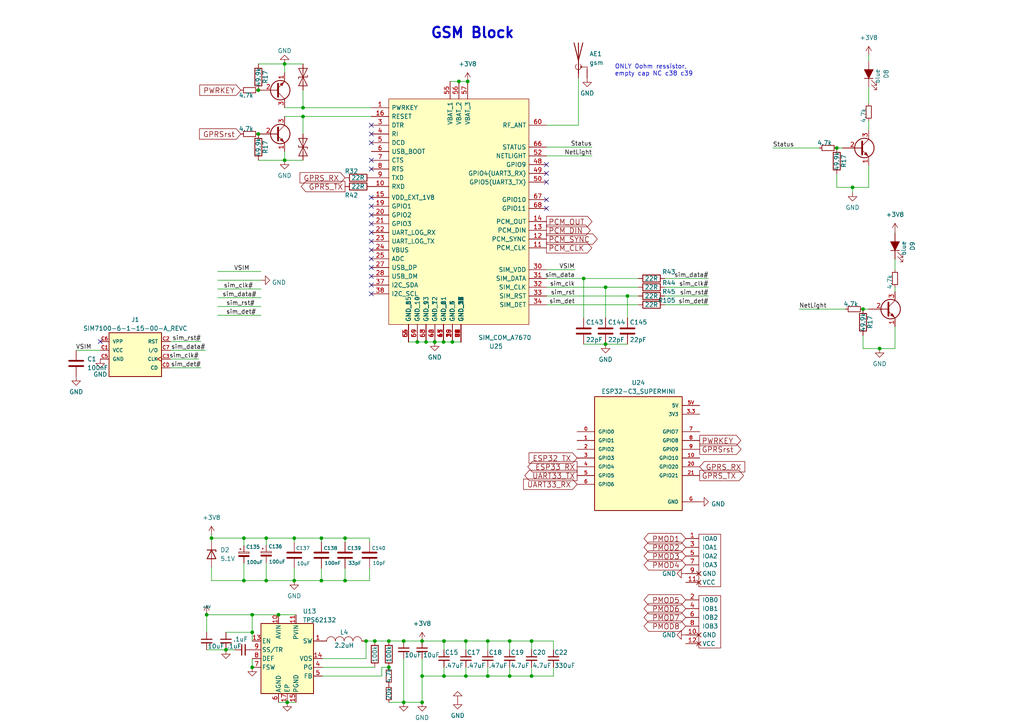
<source format=kicad_sch>
(kicad_sch (version 20230121) (generator eeschema)
  (paper "A4")
  (junction (at 126.0949 99.187))
  (junction (at 85.344 156.083))
  (junction (at 82.55 18.542))
  (junction (at 135.128 185.928))
  (junction (at 80.772 178.308))
  (junction (at 74.93 38.862))
  (junction (at 122.428 203.708))
  (junction (at 117.094 203.708))
  (junction (at 121.031 99.187))
  (junction (at 70.739 156.083))
  (junction (at 135.636 23.622))
  (junction (at 175.641 99.822))
  (junction (at 85.344 168.402))
  (junction (at 126.111 99.187))
  (junction (at 131.191 99.187))
  (junction (at 65.532 188.468))
  (junction (at 141.478 185.928))
  (junction (at 106.172 185.928))
  (junction (at 133.096 23.622))
  (junction (at 255.1229 101.092))
  (junction (at 117.094 185.928))
  (junction (at 73.152 193.548))
  (junction (at 61.341 156.083))
  (junction (at 70.739 168.402))
  (junction (at 73.152 183.388))
  (junction (at 250.317 89.662))
  (junction (at 122.428 196.088))
  (junction (at 147.828 196.088))
  (junction (at 154.178 185.928))
  (junction (at 154.178 196.088))
  (junction (at 108.712 185.928))
  (junction (at 128.778 185.928))
  (junction (at 247.269 54.356))
  (junction (at 93.218 156.083))
  (junction (at 82.55 46.482))
  (junction (at 128.651 99.187))
  (junction (at 59.944 178.308))
  (junction (at 175.641 83.312))
  (junction (at 128.778 196.088))
  (junction (at 123.571 99.187))
  (junction (at 100.076 156.083))
  (junction (at 242.697 42.926))
  (junction (at 112.776 193.548))
  (junction (at 141.478 196.088))
  (junction (at 87.884 33.782))
  (junction (at 77.216 156.083))
  (junction (at 147.828 185.928))
  (junction (at 100.076 168.402))
  (junction (at 169.291 80.772))
  (junction (at 77.216 168.402))
  (junction (at 93.218 168.402))
  (junction (at 87.884 31.242))
  (junction (at 83.312 203.708))
  (junction (at 112.776 185.928))
  (junction (at 74.93 26.162))
  (junction (at 135.128 196.088))
  (junction (at 122.428 185.928))
  (junction (at 73.152 178.308))
  (junction (at 181.991 85.852))
  (no_connect (at 107.696 46.482))
  (no_connect (at 158.496 47.752))
  (no_connect (at 107.696 82.677))
  (no_connect (at 107.696 77.597))
  (no_connect (at 107.696 64.897))
  (no_connect (at 107.696 41.402))
  (no_connect (at 107.696 85.217))
  (no_connect (at 107.696 67.437))
  (no_connect (at 107.696 57.277))
  (no_connect (at 158.496 57.912))
  (no_connect (at 158.496 60.452))
  (no_connect (at 107.696 72.517))
  (no_connect (at 107.696 75.057))
  (no_connect (at 107.696 36.322))
  (no_connect (at 158.496 52.832))
  (no_connect (at 107.696 59.817))
  (no_connect (at 107.696 49.022))
  (no_connect (at 107.696 69.977))
  (no_connect (at 107.696 80.137))
  (no_connect (at 107.696 38.862))
  (no_connect (at 158.496 50.292))
  (no_connect (at 107.696 62.357))
  (no_connect (at 29.083 99.06))
  (wire (pts (xy 107.188 164.846) (xy 107.188 168.402)))
  (wire (pts (xy 175.641 83.312) (xy 185.166 83.312)))
  (wire (pts (xy 141.478 188.468) (xy 141.478 185.928)))
  (wire (pts (xy 122.428 185.928) (xy 128.778 185.928)))
  (wire (pts (xy 250.317 97.282) (xy 250.317 101.092)))
  (wire (pts (xy 82.55 33.782) (xy 87.884 33.782)))
  (wire (pts (xy 80.772 203.708) (xy 83.312 203.708)))
  (wire (pts (xy 154.178 185.928) (xy 160.528 185.928)))
  (wire (pts (xy 141.478 193.548) (xy 141.478 196.088)))
  (wire (pts (xy 73.152 191.008) (xy 73.152 193.548)))
  (wire (pts (xy 93.472 191.008) (xy 106.172 191.008)))
  (wire (pts (xy 107.188 157.226) (xy 107.188 156.083)))
  (wire (pts (xy 87.884 46.482) (xy 82.55 46.482)))
  (wire (pts (xy 110.744 193.548) (xy 112.776 193.548)))
  (wire (pts (xy 158.496 83.312) (xy 175.641 83.312)))
  (wire (pts (xy 123.571 99.187) (xy 126.0949 99.187)))
  (wire (pts (xy 63.119 83.82) (xy 75.692 83.82)))
  (wire (pts (xy 70.739 163.322) (xy 70.739 168.402)))
  (wire (pts (xy 63.119 88.9) (xy 75.692 88.9)))
  (wire (pts (xy 87.884 26.162) (xy 87.884 31.242)))
  (wire (pts (xy 106.172 185.928) (xy 108.712 185.928)))
  (wire (pts (xy 181.991 85.852) (xy 185.166 85.852)))
  (wire (pts (xy 108.712 185.928) (xy 112.776 185.928)))
  (wire (pts (xy 135.128 193.548) (xy 135.128 196.088)))
  (wire (pts (xy 65.532 183.388) (xy 73.152 183.388)))
  (wire (pts (xy 255.1229 101.092) (xy 259.588 101.092)))
  (wire (pts (xy 169.291 80.772) (xy 185.166 80.772)))
  (wire (pts (xy 61.341 168.402) (xy 61.341 164.592)))
  (wire (pts (xy 87.884 38.862) (xy 87.884 33.782)))
  (wire (pts (xy 100.076 156.083) (xy 107.188 156.083)))
  (wire (pts (xy 85.344 156.083) (xy 85.344 157.226)))
  (wire (pts (xy 93.472 196.088) (xy 110.744 196.088)))
  (wire (pts (xy 126.0949 99.187) (xy 126.111 99.187)))
  (wire (pts (xy 250.317 89.662) (xy 251.968 89.662)))
  (wire (pts (xy 63.119 86.36) (xy 75.692 86.36)))
  (wire (pts (xy 117.094 185.928) (xy 122.428 185.928)))
  (wire (pts (xy 147.828 196.088) (xy 154.178 196.088)))
  (wire (pts (xy 160.528 196.088) (xy 160.528 193.548)))
  (wire (pts (xy 82.55 31.242) (xy 87.884 31.242)))
  (wire (pts (xy 61.341 155.194) (xy 61.341 156.083)))
  (wire (pts (xy 117.094 203.708) (xy 112.776 203.708)))
  (wire (pts (xy 117.094 191.008) (xy 117.094 203.708)))
  (wire (pts (xy 87.884 31.242) (xy 107.696 31.242)))
  (wire (pts (xy 70.739 156.083) (xy 70.739 158.242)))
  (wire (pts (xy 65.532 188.468) (xy 68.072 188.468)))
  (wire (pts (xy 77.216 156.083) (xy 85.344 156.083)))
  (wire (pts (xy 192.786 80.772) (xy 205.486 80.772)))
  (wire (pts (xy 82.55 46.482) (xy 74.93 46.482)))
  (wire (pts (xy 49.403 106.68) (xy 58.293 106.68)))
  (wire (pts (xy 112.776 185.928) (xy 117.094 185.928)))
  (wire (pts (xy 154.178 193.548) (xy 154.178 196.088)))
  (wire (pts (xy 100.076 164.846) (xy 100.076 168.402)))
  (wire (pts (xy 122.428 196.088) (xy 128.778 196.088)))
  (wire (pts (xy 250.317 101.092) (xy 255.1229 101.092)))
  (wire (pts (xy 158.496 36.322) (xy 167.767 36.322)))
  (wire (pts (xy 70.739 156.083) (xy 77.216 156.083)))
  (wire (pts (xy 77.216 163.195) (xy 77.216 168.402)))
  (wire (pts (xy 259.588 75.184) (xy 259.588 78.232)))
  (wire (pts (xy 181.991 85.852) (xy 181.991 92.202)))
  (wire (pts (xy 154.178 196.088) (xy 160.528 196.088)))
  (wire (pts (xy 259.588 83.312) (xy 259.588 84.582)))
  (wire (pts (xy 126.111 99.187) (xy 128.651 99.187)))
  (wire (pts (xy 128.778 193.548) (xy 128.778 196.088)))
  (wire (pts (xy 224.155 42.926) (xy 237.617 42.926)))
  (wire (pts (xy 100.076 156.083) (xy 100.076 157.226)))
  (wire (pts (xy 82.55 18.542) (xy 74.93 18.542)))
  (wire (pts (xy 87.884 18.542) (xy 82.55 18.542)))
  (wire (pts (xy 231.775 89.662) (xy 245.237 89.662)))
  (wire (pts (xy 93.218 168.402) (xy 85.344 168.402)))
  (wire (pts (xy 59.944 183.388) (xy 59.944 178.308)))
  (wire (pts (xy 158.496 42.672) (xy 171.704 42.672)))
  (wire (pts (xy 141.478 196.088) (xy 147.828 196.088)))
  (wire (pts (xy 122.428 196.088) (xy 122.428 203.708)))
  (wire (pts (xy 128.778 196.088) (xy 135.128 196.088)))
  (wire (pts (xy 117.094 203.708) (xy 122.428 203.708)))
  (wire (pts (xy 73.152 185.928) (xy 73.152 183.388)))
  (wire (pts (xy 82.55 43.942) (xy 82.55 46.482)))
  (wire (pts (xy 147.828 193.548) (xy 147.828 196.088)))
  (wire (pts (xy 63.119 91.44) (xy 75.692 91.44)))
  (wire (pts (xy 154.178 188.468) (xy 154.178 185.928)))
  (wire (pts (xy 247.269 54.356) (xy 251.968 54.356)))
  (wire (pts (xy 133.096 23.622) (xy 135.636 23.622)))
  (wire (pts (xy 135.128 185.928) (xy 141.478 185.928)))
  (wire (pts (xy 70.739 168.402) (xy 61.341 168.402)))
  (wire (pts (xy 175.641 99.822) (xy 181.991 99.822)))
  (wire (pts (xy 158.496 80.772) (xy 169.291 80.772)))
  (wire (pts (xy 121.031 99.187) (xy 123.571 99.187)))
  (wire (pts (xy 93.472 193.548) (xy 108.712 193.548)))
  (wire (pts (xy 87.884 33.782) (xy 107.696 33.782)))
  (wire (pts (xy 128.651 99.187) (xy 131.191 99.187)))
  (wire (pts (xy 61.341 156.083) (xy 70.739 156.083)))
  (wire (pts (xy 169.291 99.822) (xy 175.641 99.822)))
  (wire (pts (xy 49.403 104.14) (xy 57.658 104.14)))
  (wire (pts (xy 247.269 54.356) (xy 247.269 55.753)))
  (wire (pts (xy 106.172 191.008) (xy 106.172 185.928)))
  (wire (pts (xy 251.968 54.356) (xy 251.968 48.006)))
  (wire (pts (xy 192.786 85.852) (xy 205.486 85.852)))
  (wire (pts (xy 85.344 156.083) (xy 93.218 156.083)))
  (wire (pts (xy 80.772 178.308) (xy 85.852 178.308)))
  (wire (pts (xy 85.344 168.402) (xy 77.216 168.402)))
  (wire (pts (xy 73.152 178.308) (xy 80.772 178.308)))
  (wire (pts (xy 128.778 185.928) (xy 135.128 185.928)))
  (wire (pts (xy 130.556 23.622) (xy 133.096 23.622)))
  (wire (pts (xy 158.496 78.232) (xy 166.751 78.232)))
  (wire (pts (xy 82.55 21.082) (xy 82.55 18.542)))
  (wire (pts (xy 131.191 99.187) (xy 133.731 99.187)))
  (wire (pts (xy 61.341 156.083) (xy 61.341 156.972)))
  (wire (pts (xy 93.218 164.846) (xy 93.218 168.402)))
  (wire (pts (xy 251.968 25.273) (xy 251.968 29.972)))
  (wire (pts (xy 93.218 156.083) (xy 93.218 157.226)))
  (wire (pts (xy 128.778 185.928) (xy 128.778 188.468)))
  (wire (pts (xy 77.216 156.083) (xy 77.216 158.115)))
  (wire (pts (xy 169.291 80.772) (xy 169.291 92.202)))
  (wire (pts (xy 77.216 168.402) (xy 70.739 168.402)))
  (wire (pts (xy 118.491 99.187) (xy 121.031 99.187)))
  (wire (pts (xy 242.697 50.546) (xy 242.697 54.356)))
  (wire (pts (xy 73.152 183.388) (xy 73.152 178.308)))
  (wire (pts (xy 93.218 156.083) (xy 100.076 156.083)))
  (wire (pts (xy 251.968 35.052) (xy 251.968 37.846)))
  (wire (pts (xy 167.767 22.606) (xy 167.767 36.322)))
  (wire (pts (xy 251.968 16.002) (xy 251.968 17.653)))
  (wire (pts (xy 259.588 67.31) (xy 259.588 67.564)))
  (wire (pts (xy 135.128 188.468) (xy 135.128 185.928)))
  (wire (pts (xy 259.588 101.092) (xy 259.588 94.742)))
  (wire (pts (xy 175.641 83.312) (xy 175.641 92.202)))
  (wire (pts (xy 192.786 83.312) (xy 205.486 83.312)))
  (wire (pts (xy 242.697 42.926) (xy 244.348 42.926)))
  (wire (pts (xy 59.944 188.468) (xy 65.532 188.468)))
  (wire (pts (xy 85.344 164.846) (xy 85.344 168.402)))
  (wire (pts (xy 147.828 185.928) (xy 154.178 185.928)))
  (wire (pts (xy 49.403 101.6) (xy 59.563 101.6)))
  (wire (pts (xy 192.786 88.392) (xy 205.486 88.392)))
  (wire (pts (xy 147.828 188.468) (xy 147.828 185.928)))
  (wire (pts (xy 158.496 85.852) (xy 181.991 85.852)))
  (wire (pts (xy 110.744 196.088) (xy 110.744 193.548)))
  (wire (pts (xy 63.119 78.74) (xy 75.692 78.74)))
  (wire (pts (xy 49.403 99.06) (xy 58.293 99.06)))
  (wire (pts (xy 122.428 191.008) (xy 122.428 196.088)))
  (wire (pts (xy 22.098 101.6) (xy 29.083 101.6)))
  (wire (pts (xy 100.076 168.402) (xy 93.218 168.402)))
  (wire (pts (xy 158.496 88.392) (xy 185.166 88.392)))
  (wire (pts (xy 135.128 196.088) (xy 141.478 196.088)))
  (wire (pts (xy 107.188 168.402) (xy 100.076 168.402)))
  (wire (pts (xy 158.496 45.212) (xy 171.704 45.212)))
  (wire (pts (xy 83.312 203.708) (xy 85.852 203.708)))
  (wire (pts (xy 242.697 54.356) (xy 247.269 54.356)))
  (wire (pts (xy 59.944 178.308) (xy 73.152 178.308)))
  (wire (pts (xy 63.119 81.28) (xy 75.692 81.28)))
  (wire (pts (xy 160.528 185.928) (xy 160.528 188.468)))
  (wire (pts (xy 141.478 185.928) (xy 147.828 185.928)))
  (text "ONLY 0ohm ressistor,\nempty cap NC c38 c39" (at 178.308 22.225 0) (effects (font (size 1.27 1.27)) (justify left bottom)))
  (text "GSM Block" (at 124.714 11.43 0) (effects (font (size 3 3) (thickness 0.6) bold) (justify left bottom)))
  (label "sim_rst#" (at 205.486 85.852 180))
  (label "Status" (at 224.155 42.926 0))
  (label "Status" (at 171.704 42.672 180))
  (label "sim_data#" (at 205.486 80.772 180))
  (label "sim_clk#" (at 57.658 104.14 180))
  (label "sim_clk#" (at 205.486 83.312 180))
  (label "sim_rst#" (at 73.914 88.9 180))
  (label "VSIM" (at 166.751 78.232 180))
  (label "sim_data#" (at 74.422 86.36 180))
  (label "sim_det#" (at 205.486 88.392 180))
  (label "sim_det#" (at 58.293 106.68 180))
  (label "sim_clk#" (at 73.406 83.82 180))
  (label "sim_rst" (at 166.751 85.852 180))
  (label "NetLight" (at 171.704 45.212 180))
  (label "sim_rst#" (at 58.293 99.06 180))
  (label "NetLight" (at 231.775 89.662 0))
  (label "sim_det" (at 166.751 88.392 180))
  (label "sim_data#" (at 59.563 101.6 180))
  (label "sim_det#" (at 74.295 91.44 180))
  (label "sim_clk" (at 166.751 83.312 180))
  (label "VSIM" (at 72.39 78.74 180))
  (label "sim_data" (at 166.751 80.772 180))
  (label "VSIM" (at 26.543 101.6 180))
  (global_label "PMOD2" (shape bidirectional) (at 198.882 158.75 180) (effects (font (size 1.524 1.524))) (property "Intersheetrefs" "${INTERSHEET_REFS}" (effects hide)))
  (global_label "ESP32 TX" (shape input) (at 167.386 132.842 180) (effects (font (size 1.524 1.524))) (property "Intersheetrefs" "${INTERSHEET_REFS}" (effects hide)))
  (global_label "PCM_SYNC" (shape output) (at 158.496 69.342 0) (effects (font (size 1.524 1.524))) (property "Intersheetrefs" "${INTERSHEET_REFS}" (effects hide)))
  (global_label "PCM_DIN" (shape output) (at 158.496 66.802 0) (effects (font (size 1.524 1.524))) (property "Intersheetrefs" "${INTERSHEET_REFS}" (effects hide)))
  (global_label "PMOD5" (shape bidirectional) (at 198.882 173.99 180) (effects (font (size 1.524 1.524))) (property "Intersheetrefs" "${INTERSHEET_REFS}" (effects hide)))
  (global_label "PMOD4" (shape bidirectional) (at 198.882 163.83 180) (effects (font (size 1.524 1.524))) (property "Intersheetrefs" "${INTERSHEET_REFS}" (effects hide)))
  (global_label "GPRSrst" (shape output) (at 202.946 130.302 0) (effects (font (size 1.524 1.524))) (property "Intersheetrefs" "${INTERSHEET_REFS}" (effects hide)))
  (global_label "PWRKEY" (shape input) (at 69.85 26.162 180) (effects (font (size 1.524 1.524))) (property "Intersheetrefs" "${INTERSHEET_REFS}" (effects hide)))
  (global_label "PMOD8" (shape bidirectional) (at 198.882 181.61 180) (effects (font (size 1.524 1.524))) (property "Intersheetrefs" "${INTERSHEET_REFS}" (effects hide)))
  (global_label "ESP33 RX" (shape output) (at 167.386 135.382 180) (effects (font (size 1.524 1.524))) (property "Intersheetrefs" "${INTERSHEET_REFS}" (effects hide)))
  (global_label "GPRSrst" (shape input) (at 69.85 38.862 180) (effects (font (size 1.524 1.524))) (property "Intersheetrefs" "${INTERSHEET_REFS}" (effects hide)))
  (global_label "UART33_RX" (shape input) (at 167.386 140.462 180) (effects (font (size 1.524 1.524))) (property "Intersheetrefs" "${INTERSHEET_REFS}" (effects hide)))
  (global_label "PMOD3" (shape bidirectional) (at 198.882 161.29 180) (effects (font (size 1.524 1.524))) (property "Intersheetrefs" "${INTERSHEET_REFS}" (effects hide)))
  (global_label "PWRKEY" (shape output) (at 202.946 127.762 0) (effects (font (size 1.524 1.524))) (property "Intersheetrefs" "${INTERSHEET_REFS}" (effects hide)))
  (global_label "PCM_CLK" (shape output) (at 158.496 71.882 0) (effects (font (size 1.524 1.524))) (property "Intersheetrefs" "${INTERSHEET_REFS}" (effects hide)))
  (global_label "PMOD7" (shape bidirectional) (at 198.882 179.07 180) (effects (font (size 1.524 1.524))) (property "Intersheetrefs" "${INTERSHEET_REFS}" (effects hide)))
  (global_label "GPRS_TX" (shape output) (at 100.076 54.102 180) (effects (font (size 1.524 1.524))) (property "Intersheetrefs" "${INTERSHEET_REFS}" (effects hide)))
  (global_label "GPRS_RX" (shape input) (at 202.946 135.382 0) (effects (font (size 1.524 1.524))) (property "Intersheetrefs" "${INTERSHEET_REFS}" (effects hide)))
  (global_label "UART33_TX" (shape output) (at 167.386 137.922 180) (effects (font (size 1.524 1.524))) (property "Intersheetrefs" "${INTERSHEET_REFS}" (effects hide)))
  (global_label "GPRS_RX" (shape input) (at 100.076 51.562 180) (effects (font (size 1.524 1.524))) (property "Intersheetrefs" "${INTERSHEET_REFS}" (effects hide)))
  (global_label "PMOD6" (shape bidirectional) (at 198.882 176.53 180) (effects (font (size 1.524 1.524))) (property "Intersheetrefs" "${INTERSHEET_REFS}" (effects hide)))
  (global_label "PCM_OUT" (shape output) (at 158.496 64.262 0) (effects (font (size 1.524 1.524))) (property "Intersheetrefs" "${INTERSHEET_REFS}" (effects hide)))
  (global_label "PMOD1" (shape bidirectional) (at 198.882 156.21 180) (effects (font (size 1.524 1.524))) (property "Intersheetrefs" "${INTERSHEET_REFS}" (effects hide)))
  (global_label "GPRS_TX" (shape output) (at 202.946 137.922 0) (effects (font (size 1.524 1.524))) (property "Intersheetrefs" "${INTERSHEET_REFS}" (effects hide)))
  (symbol (lib_id "pmod:PMOD-Host-x2-GPIO") (at 202.692 170.18 0) (unit 1)
    (property "Reference" "PMOD1" (effects hide))
    (property "Value" "PMOD-Host-x2-GPIO" (effects hide))
    (property "Footprint" "Connector_PinSocket_2.54mm:PinSocket_2x06_P2.54mm_Horizontal" (effects hide))
  )
  (symbol (lib_id "Device:C_Small") (at 128.778 191.008 0) (unit 1)
    (property "Reference" "C15" (at 129.032 189.23 0) (effects (justify left)))
    (property "Value" ".47uF" (at 129.032 193.04 0) (effects (justify left)))
    (property "Footprint" "Capacitor_SMD:C_0402_1005Metric" (effects hide))
    (property "MFR" "Yageo" (effects hide))
    (property "MPN" "CC0402KRX5R5BB474" (effects hide))
    (property "SPR" "Digikey" (effects hide))
    (property "SPN" "311-1684-1-ND" (effects hide))
    (instances (project "DFTBoard" (path "" (reference "C15") (unit 1)) (path "" (reference "C48") (unit 1))) (project "DFTBoard" (path "" (reference "C92") (unit 1))))
  )
  (symbol (lib_id "power:+3V8") (at 251.968 16.002 0) (unit 1)
    (property "Reference" "#PWR0320" (effects hide))
    (property "Value" "+3V8" (at 251.968 10.922 0))
    (instances (project "DFTBoard" (path "" (reference "#PWR0320") (unit 1))) (project "DFTBoard" (path "" (reference "#PWR097") (unit 1))) (project "ph_portable_refrigerator_v2_hw" (path "" (reference "#PWR069") (unit 1)) (path "" (reference "#PWR0118") (unit 1))))
  )
  (symbol (lib_id "power:GND") (at 29.083 104.14 0) (unit 1)
    (property "Reference" "#PWR02" (effects hide))
    (property "Value" "GND" (at 29.083 108.585 0))
    (instances (project "Module_NanoSIM" (path "" (reference "#PWR02") (unit 1))) (project "DFTBoard" (path "" (reference "#PWR0328") (unit 1))) (project "DFTBoard" (path "" (reference "#PWR032") (unit 1))) (project "ph_portable_refrigerator_display_hw_v2" (path "" (reference "#PWR019") (unit 1)) (path "" (reference "#PWR030") (unit 1))))
  )
  (symbol (lib_name "Q_NPN_EBC_1") (lib_id "Device:Q_NPN_EBC") (at 268.478 89.662 0) (mirror y) (unit 1)
    (property "Reference" "Q6" (effects hide))
    (property "Value" "MMBTA14-7-F" (effects hide))
    (property "Footprint" "Package_TO_SOT_SMD:SOT-23-3" (effects hide))
    (instances (project "DFTBoard" (path "" (reference "Q6") (unit 1))) (project "DFTBoard" (path "" (reference "Q7") (unit 1))) (project "iYoshi (SPhone)" (path "" (reference "Q8") (unit 1))) (project "SmolFlight" (path "" (reference "Q3") (unit 1))))
  )
  (symbol (lib_name "Q_NPN_EBC_1") (lib_id "Device:Q_NPN_EBC") (at 91.44 38.862 0) (mirror y) (unit 1)
    (property "Reference" "Q11" (effects hide))
    (property "Value" "MMBTA14-7-F" (effects hide))
    (property "Footprint" "Package_TO_SOT_SMD:SOT-23-3" (effects hide))
    (instances (project "DFTBoard" (path "" (reference "Q11") (unit 1))) (project "DFTBoard" (path "" (reference "Q4") (unit 1))) (project "iYoshi (SPhone)" (path "" (reference "Q8") (unit 1))) (project "SmolFlight" (path "" (reference "Q3") (unit 1))))
  )
  (symbol (lib_id "Regulator_Switching:TPS62132") (at 83.312 191.008 0) (unit 1)
    (property "Reference" "U13" (at 87.8079 177.292 0) (effects (justify left)))
    (property "Value" "TPS62132" (at 87.8079 179.832 0) (effects (justify left)))
    (property "Footprint" "Package_DFN_QFN:VQFN-16-1EP_3x3mm_P0.5mm_EP1.68x1.68mm_ThermalVias" (effects hide))
    (property "Datasheet" "http://www.ti.com/lit/ds/symlink/tps62130.pdf" (effects hide))
    (instances (project "DFTBoard" (path "" (reference "U13") (unit 1))) (project "DFTBoard" (path "" (reference "U6") (unit 1))))
  )
  (symbol (lib_id "ph_lib:C0805") (at 93.218 161.036 0) (unit 1)
    (property "Reference" "C138" (at 93.853 159.004 0) (effects (font (size 1 1)) (justify left)))
    (property "Value" "100nF" (at 94.107 163.322 0) (effects (font (size 1 1)) (justify left)))
    (property "Footprint" "Capacitor_SMD:C_0805_2012Metric" (effects hide))
    (property "Desc" "Capacitor SMD Ceramic 0805" (effects hide))
    (property "Link" "http://www.dientuachau.com/ceramic-0805" (effects hide))
    (instances (project "DFTBoard" (path "" (reference "C138") (unit 1))) (project "DFTBoard" (path "" (reference "C64") (unit 1))) (project "ph_portable_refrigerator_v2_hw" (path "" (reference "C32") (unit 1)) (path "" (reference "C45") (unit 1))))
  )
  (symbol (lib_id "power:GND") (at 117.094 203.708 0) (unit 1)
    (property "Reference" "#PWR05" (effects hide))
    (property "Value" "GND" (effects hide))
    (instances (project "DFTBoard" (path "" (reference "#PWR05") (unit 1)) (path "" (reference "#PWR0315") (unit 1))) (project "DFTBoard" (path "" (reference "#PWR066") (unit 1))))
  )
  (symbol (lib_id "Device:C_Small") (at 122.428 188.468 0) (unit 1)
    (property "Reference" "C3" (effects hide))
    (property "Value" "10uF" (at 122.682 189.992 0) (effects (justify left)))
    (property "Footprint" "Capacitor_SMD:C_0603_1608Metric" (effects hide))
    (property "MFR" "Murata" (effects hide))
    (property "MPN" "GRM188R61A106KE69J" (effects hide))
    (property "SPR" "Digikey" (effects hide))
    (property "SPN" "490-14372-1-ND" (effects hide))
    (instances (project "DFTBoard" (path "" (reference "C3") (unit 1)) (path "" (reference "C111") (unit 1))) (project "DFTBoard" (path "" (reference "C91") (unit 1))))
  )
  (symbol (lib_id "Device:R") (at 242.697 46.736 0) (unit 1)
    (property "Reference" "R17" (at 244.729 46.736 90))
    (property "Value" "49.9k" (at 242.697 46.736 90))
    (property "Footprint" "Resistor_SMD:R_0402_1005Metric" (effects hide))
    (property "MFR" "Yageo" (effects hide))
    (property "MPN" "RC0402FR-0749K9L" (effects hide))
    (property "SPR" "Digikey" (effects hide))
    (property "SPN" "311-49.9KLRCT-ND" (effects hide))
    (instances (project "DFTBoard" (path "" (reference "R17") (unit 1)) (path "" (reference "R110") (unit 1))) (project "DFTBoard" (path "" (reference "R31") (unit 1)) (path "" (reference "R45") (unit 1))))
  )
  (symbol (lib_id "ph_lib:C0805") (at 107.188 161.036 0) (unit 1)
    (property "Reference" "C140" (at 107.823 159.004 0) (effects (font (size 1 1)) (justify left)))
    (property "Value" "10pF" (at 108.077 163.322 0) (effects (font (size 1 1)) (justify left)))
    (property "Footprint" "Capacitor_SMD:C_0805_2012Metric" (effects hide))
    (property "Desc" "Capacitor SMD Ceramic 0805" (effects hide))
    (property "Link" "http://www.dientuachau.com/ceramic-0805" (effects hide))
    (instances (project "DFTBoard" (path "" (reference "C140") (unit 1))) (project "DFTBoard" (path "" (reference "C89") (unit 1))) (project "ph_portable_refrigerator_v2_hw" (path "" (reference "C32") (unit 1)) (path "" (reference "C48") (unit 1))))
  )
  (symbol (lib_id "power:GND") (at 170.307 22.606 0) (unit 1)
    (property "Reference" "#PWR02" (effects hide))
    (property "Value" "GND" (at 170.307 27.051 0))
    (instances (project "Module_NanoSIM" (path "" (reference "#PWR02") (unit 1))) (project "DFTBoard" (path "" (reference "#PWR0296") (unit 1))) (project "DFTBoard" (path "" (reference "#PWR083") (unit 1))) (project "ph_portable_refrigerator_display_hw_v2" (path "" (reference "#PWR019") (unit 1)) (path "" (reference "#PWR030") (unit 1))))
  )
  (symbol (lib_id "Device:R_Small") (at 112.776 201.168 0) (unit 1)
    (property "Reference" "R91" (effects hide))
    (property "Value" "20k" (at 112.776 201.168 90))
    (property "Footprint" "Resistor_SMD:R_0402_1005Metric" (effects hide))
    (property "MFR" "Yageo" (effects hide))
    (property "MPN" "RT0402BRD0720KL" (effects hide))
    (property "SPR" "Digikey" (effects hide))
    (property "SPN" "YAG1388CT-ND" (effects hide))
    (property "SPURL" "-" (effects hide))
    (instances (project "DFTBoard" (path "" (reference "R91") (unit 1)) (path "" (reference "R?") (unit 1)) (path "" (reference "R23") (unit 1))) (project "DFTBoard" (path "" (reference "R29") (unit 1))))
  )
  (symbol (lib_id "ph_lib:CP_Tatanlum_1206") (at 77.216 160.655 0) (unit 1)
    (property "Reference" "C136" (at 77.851 158.496 0) (effects (font (size 1 1)) (justify left)))
    (property "Value" "100uF" (at 77.978 162.941 0) (effects (font (size 1 1)) (justify left)))
    (property "Footprint" "Capacitor_Tantalum_SMD:CP_EIA-6032-15_Kemet-U" (effects hide))
    (property "Desc" "SMD Tantalum Capacitor" (effects hide))
    (property "Link" "http://www.tme.vn/Products.aspx?cateId=258" (effects hide))
    (instances (project "DFTBoard" (path "" (reference "C136") (unit 1))) (project "DFTBoard" (path "" (reference "C44") (unit 1))) (project "ph_portable_refrigerator_v2_hw" (path "" (reference "C31") (unit 1)) (path "" (reference "C20") (unit 1))))
  )
  (symbol (lib_id "new shii:ESP32-C3_SUPERMINI") (at 185.166 130.302 0) (unit 1)
    (property "Reference" "U24" (at 185.166 110.998 0))
    (property "Value" "ESP32-C3_SUPERMINI" (at 185.166 113.538 0))
    (property "Footprint" "Y!:MODULE_ESP32-C3_SUPERMINI" (effects hide))
    (property "MF" "Espressif Systems" (effects hide))
    (property "MAXIMUM_PACKAGE_HEIGHT" "4.2mm" (effects hide))
    (property "Package" "Package" (effects hide))
    (property "Price" "None" (effects hide))
    (property "Check_prices" "https://www.snapeda.com/parts/ESP32-C3%20SuperMini/Espressif+Systems/view-part/?ref=eda" (effects hide))
    (property "STANDARD" "Manufacturer Recommendations" (effects hide))
    (property "SnapEDA_Link" "https://www.snapeda.com/parts/ESP32-C3%20SuperMini/Espressif+Systems/view-part/?ref=snap" (effects hide))
    (property "MP" "ESP32-C3 SuperMini" (effects hide))
    (property "Description" "\nSuper tiny ESP32-C3 board\n" (effects hide))
    (property "Availability" "Not in stock" (effects hide))
    (property "MANUFACTURER" "Espressif" (effects hide))
    (instances (project "DFTBoard" (path "" (reference "U24") (unit 1))) (project "DFTBoard" (path "" (reference "U14") (unit 1))))
  )
  (symbol (lib_id "sim7670:SIM_COM_A7670") (at 133.096 89.662 0) (unit 1)
    (property "Reference" "U25" (at 143.891 100.457 0))
    (property "Value" "SIM_COM_A7670" (at 146.431 97.917 0))
    (property "Footprint" "Y!:A7670C" (effects hide))
    (property "Datasheet" "http://nostris.ee/pdf/A7670%20Series%20Hardware%20Design_V1.00.pdf" (effects hide))
    (property "Description" "A7670 Series Hardware Design" (effects hide))
    (property "Height" "2.7" (effects hide))
    (property "Manufacturer_Name" "Sim Com" (effects hide))
    (property "Manufacturer_Part_Number" "SIM COM A7670" (effects hide))
    (instances (project "DFTBoard" (path "" (reference "U25") (unit 1))) (project "DFTBoard" (path "" (reference "U13") (unit 1))) (project "ph_portable_refrigerator_v2_hw" (path "" (reference "U10") (unit 1)) (path "" (reference "U8") (unit 1))))
  )
  (symbol (lib_id "ph_lib:C0805") (at 100.076 161.036 0) (unit 1)
    (property "Reference" "C139" (at 100.711 159.004 0) (effects (font (size 1 1)) (justify left)))
    (property "Value" "33pF" (at 100.965 163.322 0) (effects (font (size 1 1)) (justify left)))
    (property "Footprint" "Capacitor_SMD:C_0805_2012Metric" (effects hide))
    (property "Desc" "Capacitor SMD Ceramic 0805" (effects hide))
    (property "Link" "http://www.dientuachau.com/ceramic-0805" (effects hide))
    (instances (project "DFTBoard" (path "" (reference "C139") (unit 1))) (project "DFTBoard" (path "" (reference "C88") (unit 1))) (project "ph_portable_refrigerator_v2_hw" (path "" (reference "C32") (unit 1)) (path "" (reference "C46") (unit 1))))
  )
  (symbol (lib_id "ph_lib:LED0805") (at 259.588 71.374 90) (unit 1)
    (property "Reference" "D9" (at 264.668 71.374 0))
    (property "Value" "blue" (at 262.128 72.009 0))
    (property "Footprint" "LED_SMD:LED_0805_2012Metric" (effects hide))
    (property "Desc" "LED0805" (effects hide))
    (property "Link" "https://thegioiic.com/product/led-dan-smd-2012-0805" (effects hide))
    (instances (project "DFTBoard" (path "" (reference "D9") (unit 1))) (project "DFTBoard" (path "" (reference "D11") (unit 1))) (project "ph_portable_refrigerator_v2_hw" (path "" (reference "D7") (unit 1)) (path "" (reference "D6") (unit 1))))
  )
  (symbol (lib_id "power:GND") (at 83.312 203.708 0) (unit 1)
    (property "Reference" "#PWR05" (effects hide))
    (property "Value" "GND" (effects hide))
    (instances (project "DFTBoard" (path "" (reference "#PWR05") (unit 1)) (path "" (reference "#PWR0314") (unit 1))) (project "DFTBoard" (path "" (reference "#PWR063") (unit 1))))
  )
  (symbol (lib_id "Device:R") (at 74.93 42.672 0) (unit 1)
    (property "Reference" "R17" (at 76.962 42.672 90))
    (property "Value" "49.9k" (at 74.93 42.672 90))
    (property "Footprint" "Resistor_SMD:R_0402_1005Metric" (effects hide))
    (property "MFR" "Yageo" (effects hide))
    (property "MPN" "RC0402FR-0749K9L" (effects hide))
    (property "SPR" "Digikey" (effects hide))
    (property "SPN" "311-49.9KLRCT-ND" (effects hide))
    (instances (project "DFTBoard" (path "" (reference "R17") (unit 1)) (path "" (reference "R116") (unit 1))) (project "DFTBoard" (path "" (reference "R31") (unit 1)) (path "" (reference "R17") (unit 1))))
  )
  (symbol (lib_id "ph_lib:C0805") (at 175.641 96.012 0) (unit 1)
    (property "Reference" "C144" (at 176.276 93.472 0) (effects (justify left)))
    (property "Value" "22pF" (at 176.276 98.552 0) (effects (justify left)))
    (property "Footprint" "Resistor_SMD:R_0805_2012Metric" (effects hide))
    (property "Desc" "Capacitor SMD Ceramic 0805" (effects hide))
    (property "Link" "http://www.dientuachau.com/ceramic-0805" (effects hide))
    (instances (project "DFTBoard" (path "" (reference "C144") (unit 1))) (project "DFTBoard" (path "" (reference "C134") (unit 1))) (project "ph_portable_refrigerator_v2_hw" (path "" (reference "C36") (unit 1)) (path "" (reference "C33") (unit 1))))
  )
  (symbol (lib_id "Device:R") (at 74.93 22.352 0) (mirror x) (unit 1)
    (property "Reference" "R17" (at 76.962 22.352 90))
    (property "Value" "49.9k" (at 74.93 22.352 90))
    (property "Footprint" "Resistor_SMD:R_0402_1005Metric" (effects hide))
    (property "MFR" "Yageo" (effects hide))
    (property "MPN" "RC0402FR-0749K9L" (effects hide))
    (property "SPR" "Digikey" (effects hide))
    (property "SPN" "311-49.9KLRCT-ND" (effects hide))
    (instances (project "DFTBoard" (path "" (reference "R17") (unit 1)) (path "" (reference "R29") (unit 1))) (project "DFTBoard" (path "" (reference "R31") (unit 1)) (path "" (reference "R16") (unit 1))))
  )
  (symbol (lib_id "Diode:ESD9B5.0ST5G") (at 87.884 42.672 90) (unit 1)
    (property "Reference" "D11" (effects hide))
    (property "Value" "ESD9B5.0ST5G" (effects hide))
    (property "Footprint" "Diode_SMD:D_SOD-923" (effects hide))
    (property "Datasheet" "https://www.onsemi.com/pub/Collateral/ESD9B-D.PDF" (effects hide))
    (instances (project "DFTBoard" (path "" (reference "D11") (unit 1))) (project "DFTBoard" (path "" (reference "D9") (unit 1))))
  )
  (symbol (lib_id "Device:R_Small") (at 112.776 196.088 0) (mirror y) (unit 1)
    (property "Reference" "R9" (effects hide))
    (property "Value" "4.7k" (at 112.776 198.12 90) (effects (justify left)))
    (property "Footprint" "Resistor_SMD:R_0402_1005Metric" (effects hide))
    (property "MFR" "Yageo" (effects hide))
    (property "MPN" "RC0402JR-074K7L" (effects hide))
    (property "SPR" "Digikey" (effects hide))
    (property "SPN" "311-4.7KJRCT-ND" (effects hide))
    (property "SPURL" "-" (effects hide))
    (instances (project "DFTBoard" (path "" (reference "R9") (unit 1)) (path "" (reference "R?") (unit 1)) (path "" (reference "R24") (unit 1))) (project "DFTBoard" (path "" (reference "R27") (unit 1))))
  )
  (symbol (lib_id "Device:C_Small") (at 154.178 191.008 0) (unit 1)
    (property "Reference" "C20" (at 154.432 189.23 0) (effects (justify left)))
    (property "Value" "4.7uF" (at 154.432 193.04 0) (effects (justify left)))
    (property "Footprint" "Capacitor_SMD:C_0402_1005Metric" (effects hide))
    (property "MFR" "Murata" (effects hide))
    (property "MPN" "GRM155R60G475ME47D" (effects hide))
    (property "SPR" "Digikey" (effects hide))
    (property "SPN" "490-11980-1-ND" (effects hide))
    (instances (project "DFTBoard" (path "" (reference "C20") (unit 1)) (path "" (reference "C132") (unit 1))) (project "DFTBoard" (path "" (reference "C124") (unit 1))))
  )
  (symbol (lib_id "ph_lib:R0805") (at 188.976 83.312 90) (unit 1)
    (property "Reference" "R44" (at 195.961 82.042 90) (effects (justify left)))
    (property "Value" "22R" (at 190.881 83.312 90) (effects (justify left)))
    (property "Footprint" "Resistor_SMD:R_0805_2012Metric" (effects hide))
    (property "Desc" "Resistor SMD 0805" (effects hide))
    (property "Link" "http://www.dientuachau.com/res-1-0805" (effects hide))
    (instances (project "DFTBoard" (path "" (reference "R44") (unit 1))) (project "DFTBoard" (path "" (reference "R32") (unit 1))) (project "ph_portable_refrigerator_v2_hw" (path "" (reference "R42") (unit 1)) (path "" (reference "R41") (unit 1))))
  )
  (symbol (lib_id "ph_lib:C0805") (at 181.991 96.012 0) (unit 1)
    (property "Reference" "C145" (at 182.626 93.472 0) (effects (justify left)))
    (property "Value" "22pF" (at 182.626 98.552 0) (effects (justify left)))
    (property "Footprint" "Resistor_SMD:R_0805_2012Metric" (effects hide))
    (property "Desc" "Capacitor SMD Ceramic 0805" (effects hide))
    (property "Link" "http://www.dientuachau.com/ceramic-0805" (effects hide))
    (instances (project "DFTBoard" (path "" (reference "C145") (unit 1))) (project "DFTBoard" (path "" (reference "C135") (unit 1))) (project "ph_portable_refrigerator_v2_hw" (path "" (reference "C37") (unit 1)) (path "" (reference "C34") (unit 1))))
  )
  (symbol (lib_id "Device:R") (at 108.712 189.738 180) (unit 1)
    (property "Reference" "R5" (effects hide))
    (property "Value" "100k" (at 108.712 189.738 90))
    (property "Footprint" "Resistor_SMD:R_0402_1005Metric" (effects hide))
    (property "MFR" "Yageo" (effects hide))
    (property "MPN" "RC0402FR-07100KL" (effects hide))
    (property "SPR" "Digikey" (effects hide))
    (property "SPN" "311-100KLRTR-ND" (effects hide))
    (instances (project "DFTBoard" (path "" (reference "R5") (unit 1)) (path "" (reference "R?") (unit 1)) (path "" (reference "R22") (unit 1))) (project "DFTBoard" (path "" (reference "R23") (unit 1))))
  )
  (symbol (lib_id "Device:C_Small") (at 65.532 185.928 0) (unit 1)
    (property "Reference" "C16" (effects hide))
    (property "Value" ".1uF" (at 65.786 187.452 0) (effects (justify left)))
    (property "Footprint" "Capacitor_SMD:C_0402_1005Metric" (effects hide))
    (property "MFR" "Yageo" (effects hide))
    (property "MPN" "CC0402KRX7R6BB104" (effects hide))
    (property "SPR" "Digikey" (effects hide))
    (property "SPN" "311-1345-1-ND" (effects hide))
    (instances (project "DFTBoard" (path "" (reference "C16") (unit 1)) (path "" (reference "C64") (unit 1))) (project "DFTBoard" (path "" (reference "C36") (unit 1))))
  )
  (symbol (lib_id "power:GND") (at 73.152 193.548 0) (unit 1)
    (property "Reference" "#PWR05" (effects hide))
    (property "Value" "GND" (effects hide))
    (instances (project "DFTBoard" (path "" (reference "#PWR05") (unit 1)) (path "" (reference "#PWR0311") (unit 1))) (project "DFTBoard" (path "" (reference "#PWR036") (unit 1))))
  )
  (symbol (lib_id "Device:C_Small") (at 141.478 191.008 0) (unit 1)
    (property "Reference" "C18" (at 141.732 189.23 0) (effects (justify left)))
    (property "Value" ".47uF" (at 141.732 193.04 0) (effects (justify left)))
    (property "Footprint" "Capacitor_SMD:C_0402_1005Metric" (effects hide))
    (property "MFR" "Yageo" (effects hide))
    (property "MPN" "CC0402KRX5R5BB474" (effects hide))
    (property "SPR" "Digikey" (effects hide))
    (property "SPN" "311-1684-1-ND" (effects hide))
    (instances (project "DFTBoard" (path "" (reference "C18") (unit 1)) (path "" (reference "C112") (unit 1))) (project "DFTBoard" (path "" (reference "C111") (unit 1))))
  )
  (symbol (lib_id "Device:R_Small") (at 247.777 89.662 90) (unit 1)
    (property "Reference" "R8" (effects hide))
    (property "Value" "4.7k" (at 248.92 88.1634 90) (effects (justify left)))
    (property "Footprint" "Resistor_SMD:R_0402_1005Metric" (effects hide))
    (property "MFR" "Yageo" (effects hide))
    (property "MPN" "RC0402JR-074K7L" (effects hide))
    (property "SPR" "Digikey" (effects hide))
    (property "SPN" "311-4.7KJRCT-ND" (effects hide))
    (property "SPURL" "-" (effects hide))
    (instances (project "DFTBoard" (path "" (reference "R8") (unit 1)) (path "" (reference "R?") (unit 1)) (path "" (reference "R107") (unit 1))) (project "DFTBoard" (path "" (reference "R84") (unit 1))))
  )
  (symbol (lib_id "ph_lib:R0805") (at 188.976 88.392 90) (unit 1)
    (property "Reference" "R105" (at 195.961 87.122 90) (effects (justify left)))
    (property "Value" "22R" (at 190.881 88.392 90) (effects (justify left)))
    (property "Footprint" "Resistor_SMD:R_0805_2012Metric" (effects hide))
    (property "Desc" "Resistor SMD 0805" (effects hide))
    (property "Link" "http://www.dientuachau.com/res-1-0805" (effects hide))
    (instances (project "DFTBoard" (path "" (reference "R105") (unit 1))) (project "DFTBoard" (path "" (reference "R43") (unit 1))) (project "ph_portable_refrigerator_v2_hw" (path "" (reference "R44") (unit 1)) (path "" (reference "R43") (unit 1))))
  )
  (symbol (lib_id "power:GND") (at 85.344 168.402 0) (unit 1)
    (property "Reference" "#PWR0300" (effects hide))
    (property "Value" "GND" (at 85.344 172.847 0))
    (instances (project "DFTBoard" (path "" (reference "#PWR0300") (unit 1))) (project "DFTBoard" (path "" (reference "#PWR064") (unit 1))) (project "ph_portable_refrigerator_v2_hw" (path "" (reference "#PWR044") (unit 1)) (path "" (reference "#PWR043") (unit 1))))
  )
  (symbol (lib_id "power:GND") (at 126.0949 99.187 0) (unit 1)
    (property "Reference" "#PWR02" (effects hide))
    (property "Value" "GND" (at 126.0949 103.632 0))
    (instances (project "Module_NanoSIM" (path "" (reference "#PWR02") (unit 1))) (project "DFTBoard" (path "" (reference "#PWR0302") (unit 1))) (project "DFTBoard" (path "" (reference "#PWR076") (unit 1))) (project "ph_portable_refrigerator_display_hw_v2" (path "" (reference "#PWR019") (unit 1)) (path "" (reference "#PWR030") (unit 1))))
  )
  (symbol (lib_id "power:GND") (at 82.55 46.482 0) (unit 1)
    (property "Reference" "#PWR02" (effects hide))
    (property "Value" "GND" (at 82.55 50.927 0))
    (instances (project "Module_NanoSIM" (path "" (reference "#PWR02") (unit 1))) (project "DFTBoard" (path "" (reference "#PWR0297") (unit 1))) (project "DFTBoard" (path "" (reference "#PWR062") (unit 1))) (project "ph_portable_refrigerator_display_hw_v2" (path "" (reference "#PWR019") (unit 1)) (path "" (reference "#PWR030") (unit 1))))
  )
  (symbol (lib_id "Device:R_Small") (at 259.588 80.772 180) (unit 1)
    (property "Reference" "R8" (effects hide))
    (property "Value" "4.7k" (at 258.0894 79.629 90) (effects (justify left)))
    (property "Footprint" "Resistor_SMD:R_0402_1005Metric" (effects hide))
    (property "MFR" "Yageo" (effects hide))
    (property "MPN" "RC0402JR-074K7L" (effects hide))
    (property "SPR" "Digikey" (effects hide))
    (property "SPN" "311-4.7KJRCT-ND" (effects hide))
    (property "SPURL" "-" (effects hide))
    (instances (project "DFTBoard" (path "" (reference "R8") (unit 1)) (path "" (reference "R?") (unit 1)) (path "" (reference "R112") (unit 1))) (project "DFTBoard" (path "" (reference "R107") (unit 1))))
  )
  (symbol (lib_id "ph_lib:CP_Tatanlum_1206") (at 70.739 160.782 0) (unit 1)
    (property "Reference" "C135" (at 71.374 158.623 0) (effects (font (size 1 1)) (justify left)))
    (property "Value" "100uF" (at 71.501 163.068 0) (effects (font (size 1 1)) (justify left)))
    (property "Footprint" "Capacitor_Tantalum_SMD:CP_EIA-6032-15_Kemet-U" (effects hide))
    (property "Desc" "SMD Tantalum Capacitor" (effects hide))
    (property "Link" "http://www.tme.vn/Products.aspx?cateId=258" (effects hide))
    (instances (project "DFTBoard" (path "" (reference "C135") (unit 1))) (project "DFTBoard" (path "" (reference "C40") (unit 1))) (project "ph_portable_refrigerator_v2_hw" (path "" (reference "C31") (unit 1)) (path "" (reference "C47") (unit 1))))
  )
  (symbol (lib_id "Device:R_Small") (at 240.157 42.926 90) (unit 1)
    (property "Reference" "R8" (effects hide))
    (property "Value" "4.7k" (at 241.3 41.4274 90) (effects (justify left)))
    (property "Footprint" "Resistor_SMD:R_0402_1005Metric" (effects hide))
    (property "MFR" "Yageo" (effects hide))
    (property "MPN" "RC0402JR-074K7L" (effects hide))
    (property "SPR" "Digikey" (effects hide))
    (property "SPN" "311-4.7KJRCT-ND" (effects hide))
    (property "SPURL" "-" (effects hide))
    (instances (project "DFTBoard" (path "" (reference "R8") (unit 1)) (path "" (reference "R?") (unit 1)) (path "" (reference "R109") (unit 1))) (project "DFTBoard" (path "" (reference "R44") (unit 1))))
  )
  (symbol (lib_id "power:+3V8") (at 135.636 23.622 0) (unit 1)
    (property "Reference" "#PWR0310" (effects hide))
    (property "Value" "+3V8" (at 135.636 18.542 0))
    (instances (project "DFTBoard" (path "" (reference "#PWR0310") (unit 1))) (project "DFTBoard" (path "" (reference "#PWR080") (unit 1))) (project "ph_portable_refrigerator_v2_hw" (path "" (reference "#PWR069") (unit 1)) (path "" (reference "#PWR074") (unit 1))))
  )
  (symbol (lib_id "power:GND") (at 198.882 166.37 270) (mirror x) (unit 1)
    (property "Reference" "#PWR0128" (effects hide))
    (property "Value" "GND" (at 194.056 166.37 90))
    (instances (project "DFTBoard" (path "" (reference "#PWR0128") (unit 1)) (path "" (reference "#PWR0140") (unit 1))) (project "DFTBoard" (path "" (reference "#PWR088") (unit 1))))
  )
  (symbol (lib_id "Device:C_Small") (at 70.612 188.468 90) (unit 1)
    (property "Reference" "C16" (effects hide))
    (property "Value" ".1uF" (at 71.882 185.42 90) (effects (justify left)))
    (property "Footprint" "Capacitor_SMD:C_0402_1005Metric" (effects hide))
    (property "MFR" "Yageo" (effects hide))
    (property "MPN" "CC0402KRX7R6BB104" (effects hide))
    (property "SPR" "Digikey" (effects hide))
    (property "SPN" "311-1345-1-ND" (effects hide))
    (instances (project "DFTBoard" (path "" (reference "C16") (unit 1)) (path "" (reference "C88") (unit 1))) (project "DFTBoard" (path "" (reference "C37") (unit 1))))
  )
  (symbol (lib_id "Device:R_Small") (at 72.39 26.162 90) (mirror x) (unit 1)
    (property "Reference" "R8" (effects hide))
    (property "Value" "4.7k" (at 73.533 27.6606 90) (effects (justify left)))
    (property "Footprint" "Resistor_SMD:R_0402_1005Metric" (effects hide))
    (property "MFR" "Yageo" (effects hide))
    (property "MPN" "RC0402JR-074K7L" (effects hide))
    (property "SPR" "Digikey" (effects hide))
    (property "SPN" "311-4.7KJRCT-ND" (effects hide))
    (property "SPURL" "-" (effects hide))
    (instances (project "DFTBoard" (path "" (reference "R8") (unit 1)) (path "" (reference "R?") (unit 1)) (path "" (reference "R28") (unit 1))) (project "DFTBoard" (path "" (reference "R12") (unit 1))))
  )
  (symbol (lib_id "ph_lib:LED0805") (at 251.968 21.463 90) (unit 1)
    (property "Reference" "D8" (at 257.048 21.463 0))
    (property "Value" "blue" (at 254.508 22.098 0))
    (property "Footprint" "LED_SMD:LED_0805_2012Metric" (effects hide))
    (property "Desc" "LED0805" (effects hide))
    (property "Link" "https://thegioiic.com/product/led-dan-smd-2012-0805" (effects hide))
    (instances (project "DFTBoard" (path "" (reference "D8") (unit 1))) (project "DFTBoard" (path "" (reference "D10") (unit 1))) (project "ph_portable_refrigerator_v2_hw" (path "" (reference "D7") (unit 1)) (path "" (reference "D7") (unit 1))))
  )
  (symbol (lib_id "power:+3V8") (at 61.341 155.194 0) (unit 1)
    (property "Reference" "#PWR0292" (effects hide))
    (property "Value" "+3V8" (at 61.341 150.114 0))
    (instances (project "DFTBoard" (path "" (reference "#PWR0292") (unit 1))) (project "DFTBoard" (path "" (reference "#PWR034") (unit 1))) (project "ph_portable_refrigerator_v2_hw" (path "" (reference "#PWR063") (unit 1)) (path "" (reference "#PWR0117") (unit 1))))
  )
  (symbol (lib_id "Diode:ESD9B5.0ST5G") (at 87.884 22.352 90) (mirror x) (unit 1)
    (property "Reference" "D10" (effects hide))
    (property "Value" "ESD9B5.0ST5G" (effects hide))
    (property "Footprint" "Diode_SMD:D_SOD-923" (effects hide))
    (property "Datasheet" "https://www.onsemi.com/pub/Collateral/ESD9B-D.PDF" (effects hide))
    (instances (project "DFTBoard" (path "" (reference "D10") (unit 1))) (project "DFTBoard" (path "" (reference "D8") (unit 1))))
  )
  (symbol (lib_id "ph_lib:R0805") (at 103.886 54.102 90) (unit 1)
    (property "Reference" "R42" (at 103.886 56.642 90) (effects (justify left)))
    (property "Value" "22R" (at 105.791 54.102 90) (effects (justify left)))
    (property "Footprint" "Resistor_SMD:R_0805_2012Metric" (effects hide))
    (property "Desc" "Resistor SMD 0805" (effects hide))
    (property "Link" "http://www.dientuachau.com/res-1-0805" (effects hide))
    (instances (project "DFTBoard" (path "" (reference "R42") (unit 1))) (project "DFTBoard" (path "" (reference "R22") (unit 1))) (project "ph_portable_refrigerator_v2_hw" (path "" (reference "R33") (unit 1)) (path "" (reference "R33") (unit 1))))
  )
  (symbol (lib_id "power:+3V8") (at 259.588 67.31 0) (unit 1)
    (property "Reference" "#PWR0322" (effects hide))
    (property "Value" "+3V8" (at 259.588 62.23 0))
    (instances (project "DFTBoard" (path "" (reference "#PWR0322") (unit 1))) (project "DFTBoard" (path "" (reference "#PWR099") (unit 1))) (project "ph_portable_refrigerator_v2_hw" (path "" (reference "#PWR069") (unit 1)) (path "" (reference "#PWR044") (unit 1))))
  )
  (symbol (lib_id "power:GND") (at 247.269 55.753 0) (unit 1)
    (property "Reference" "#PWR02" (effects hide))
    (property "Value" "GND" (at 247.269 60.198 0))
    (instances (project "Module_NanoSIM" (path "" (reference "#PWR02") (unit 1))) (project "DFTBoard" (path "" (reference "#PWR0306") (unit 1))) (project "DFTBoard" (path "" (reference "#PWR092") (unit 1))) (project "ph_portable_refrigerator_display_hw_v2" (path "" (reference "#PWR019") (unit 1)) (path "" (reference "#PWR030") (unit 1))))
  )
  (symbol (lib_id "Device:R") (at 112.776 189.738 180) (unit 1)
    (property "Reference" "R5" (effects hide))
    (property "Value" "100k" (at 112.776 189.738 90))
    (property "Footprint" "Resistor_SMD:R_0402_1005Metric" (effects hide))
    (property "MFR" "Yageo" (effects hide))
    (property "MPN" "RC0402FR-07100KL" (effects hide))
    (property "SPR" "Digikey" (effects hide))
    (property "SPN" "311-100KLRTR-ND" (effects hide))
    (instances (project "DFTBoard" (path "" (reference "R5") (unit 1)) (path "" (reference "R?") (unit 1)) (path "" (reference "R27") (unit 1))) (project "DFTBoard" (path "" (reference "R24") (unit 1))))
  )
  (symbol (lib_id "Device:R_Small") (at 251.968 32.512 180) (unit 1)
    (property "Reference" "R8" (effects hide))
    (property "Value" "4.7k" (at 250.4694 31.369 90) (effects (justify left)))
    (property "Footprint" "Resistor_SMD:R_0402_1005Metric" (effects hide))
    (property "MFR" "Yageo" (effects hide))
    (property "MPN" "RC0402JR-074K7L" (effects hide))
    (property "SPR" "Digikey" (effects hide))
    (property "SPN" "311-4.7KJRCT-ND" (effects hide))
    (property "SPURL" "-" (effects hide))
    (instances (project "DFTBoard" (path "" (reference "R8") (unit 1)) (path "" (reference "R?") (unit 1)) (path "" (reference "R111") (unit 1))) (project "DFTBoard" (path "" (reference "R105") (unit 1))))
  )
  (symbol (lib_id "DFTBoard-rescue:INDUCTOR_SMALL_P-") (at 99.822 185.928 0) (unit 1)
    (property "Reference" "L4" (at 99.822 183.388 0))
    (property "Value" "2.2uH" (at 99.822 187.198 0))
    (property "Footprint" "Capacitor_SMD:C_1812_4532Metric" (effects hide))
    (property "MFR" "Murata" (effects hide))
    (property "MPN" "LQH43PN2R2M26L" (effects hide))
    (property "SPR" "Digikey" (effects hide))
    (property "SPN" "490-12049-1-ND" (effects hide))
    (instances (project "DFTBoard" (path "" (reference "L4") (unit 1)) (path "" (reference "L6") (unit 1))) (project "DFTBoard" (path "" (reference "L5") (unit 1))))
  )
  (symbol (lib_id "power:GND") (at 122.428 203.708 0) (unit 1)
    (property "Reference" "#PWR0186" (effects hide))
    (property "Value" "GND" (at 122.428 208.153 0))
    (instances (project "DFTBoard" (path "" (reference "#PWR0186") (unit 1))) (project "DFTBoard" (path "" (reference "#PWR070") (unit 1))) (project "ph_portable_refrigerator_v2_hw" (path "" (reference "#PWR068") (unit 1)) (path "" (reference "#PWR069") (unit 1))))
  )
  (symbol (lib_name "Q_NPN_EBC_1") (lib_id "Device:Q_NPN_EBC") (at 91.44 26.162 180) (unit 1)
    (property "Reference" "Q2" (effects hide))
    (property "Value" "MMBTA14-7-F" (effects hide))
    (property "Footprint" "Package_TO_SOT_SMD:SOT-23-3" (effects hide))
    (instances (project "DFTBoard" (path "" (reference "Q2") (unit 1))) (project "DFTBoard" (path "" (reference "Q2") (unit 1))) (project "iYoshi (SPhone)" (path "" (reference "Q8") (unit 1))) (project "SmolFlight" (path "" (reference "Q3") (unit 1))))
  )
  (symbol (lib_id "power:+3V8") (at 122.428 185.928 0) (unit 1)
    (property "Reference" "#PWR0312" (effects hide))
    (property "Value" "+3V8" (at 122.428 180.848 0))
    (instances (project "DFTBoard" (path "" (reference "#PWR0312") (unit 1))) (project "DFTBoard" (path "" (reference "#PWR068") (unit 1))) (project "ph_portable_refrigerator_v2_hw" (path "" (reference "#PWR063") (unit 1)) (path "" (reference "#PWR0117") (unit 1))))
  )
  (symbol (lib_id "ph_lib:C0805") (at 85.344 161.036 0) (unit 1)
    (property "Reference" "C137" (at 85.852 159.004 0) (effects (font (size 1 1)) (justify left)))
    (property "Value" "10uF" (at 86.106 163.449 0) (effects (font (size 1 1)) (justify left)))
    (property "Footprint" "Capacitor_SMD:C_0805_2012Metric" (effects hide))
    (property "Desc" "Capacitor SMD Ceramic 0805" (effects hide))
    (property "Link" "http://www.dientuachau.com/ceramic-0805" (effects hide))
    (instances (project "DFTBoard" (path "" (reference "C137") (unit 1))) (project "DFTBoard" (path "" (reference "C63") (unit 1))) (project "ph_portable_refrigerator_v2_hw" (path "" (reference "C32") (unit 1)) (path "" (reference "C29") (unit 1))))
  )
  (symbol (lib_id "power:GND") (at 75.692 81.28 90) (unit 1)
    (property "Reference" "#PWR0303" (effects hide))
    (property "Value" "GND" (at 78.867 81.915 90) (effects (justify right)))
    (instances (project "DFTBoard" (path "" (reference "#PWR0303") (unit 1))) (project "DFTBoard" (path "" (reference "#PWR050") (unit 1))) (project "ph_portable_refrigerator_v2_hw" (path "" (reference "#PWR08") (unit 1)) (path "" (reference "#PWR063") (unit 1))))
  )
  (symbol (lib_id "Device:C_Small") (at 147.828 191.008 0) (unit 1)
    (property "Reference" "C19" (at 148.082 189.23 0) (effects (justify left)))
    (property "Value" "4.7uF" (at 148.082 193.04 0) (effects (justify left)))
    (property "Footprint" "Capacitor_SMD:C_0402_1005Metric" (effects hide))
    (property "MFR" "Murata" (effects hide))
    (property "MPN" "GRM155R60G475ME47D" (effects hide))
    (property "SPR" "Digikey" (effects hide))
    (property "SPN" "490-11980-1-ND" (effects hide))
    (instances (project "DFTBoard" (path "" (reference "C19") (unit 1)) (path "" (reference "C124") (unit 1))) (project "DFTBoard" (path "" (reference "C112") (unit 1))))
  )
  (symbol (lib_id "ph_lib:R0805") (at 188.976 85.852 90) (unit 1)
    (property "Reference" "R45" (at 195.961 84.582 90) (effects (justify left)))
    (property "Value" "22R" (at 190.881 85.852 90) (effects (justify left)))
    (property "Footprint" "Resistor_SMD:R_0805_2012Metric" (effects hide))
    (property "Desc" "Resistor SMD 0805" (effects hide))
    (property "Link" "http://www.dientuachau.com/res-1-0805" (effects hide))
    (instances (project "DFTBoard" (path "" (reference "R45") (unit 1))) (project "DFTBoard" (path "" (reference "R42") (unit 1))) (project "ph_portable_refrigerator_v2_hw" (path "" (reference "R43") (unit 1)) (path "" (reference "R42") (unit 1))))
  )
  (symbol (lib_id "power:GND") (at 132.7394 203.1045 0) (unit 1)
    (property "Reference" "#PWR0187" (effects hide))
    (property "Value" "GND" (at 132.7394 207.5495 0))
    (instances (project "DFTBoard" (path "" (reference "#PWR0187") (unit 1))) (project "DFTBoard" (path "" (reference "#PWR077") (unit 1))) (project "ph_portable_refrigerator_v2_hw" (path "" (reference "#PWR068") (unit 1)) (path "" (reference "#PWR069") (unit 1))))
  )
  (symbol (lib_id "Device:C_Small") (at 135.128 191.008 0) (unit 1)
    (property "Reference" "C17" (at 135.382 189.23 0) (effects (justify left)))
    (property "Value" ".47uF" (at 135.382 193.04 0) (effects (justify left)))
    (property "Footprint" "Capacitor_SMD:C_0402_1005Metric" (effects hide))
    (property "MFR" "Yageo" (effects hide))
    (property "MPN" "CC0402KRX5R5BB474" (effects hide))
    (property "SPR" "Digikey" (effects hide))
    (property "SPN" "311-1684-1-ND" (effects hide))
    (instances (project "DFTBoard" (path "" (reference "C17") (unit 1)) (path "" (reference "C49") (unit 1))) (project "DFTBoard" (path "" (reference "C107") (unit 1))))
  )
  (symbol (lib_id "power:GND") (at 22.098 109.22 0) (unit 1)
    (property "Reference" "#PWR01" (effects hide))
    (property "Value" "GND" (at 22.098 113.665 0))
    (instances (project "Module_NanoSIM" (path "" (reference "#PWR01") (unit 1))) (project "DFTBoard" (path "" (reference "#PWR0327") (unit 1))) (project "DFTBoard" (path "" (reference "#PWR030") (unit 1))) (project "ph_portable_refrigerator_display_hw_v2" (path "" (reference "#PWR04") (unit 1)) (path "" (reference "#PWR08") (unit 1))))
  )
  (symbol (lib_id "ph_lib:R0805") (at 103.886 51.562 90) (unit 1)
    (property "Reference" "R32" (at 103.886 49.657 90) (effects (justify left)))
    (property "Value" "22R" (at 105.791 51.562 90) (effects (justify left)))
    (property "Footprint" "Resistor_SMD:R_0805_2012Metric" (effects hide))
    (property "Desc" "Resistor SMD 0805" (effects hide))
    (property "Link" "http://www.dientuachau.com/res-1-0805" (effects hide))
    (instances (project "DFTBoard" (path "" (reference "R32") (unit 1))) (project "DFTBoard" (path "" (reference "R18") (unit 1))) (project "ph_portable_refrigerator_v2_hw" (path "" (reference "R29") (unit 1)) (path "" (reference "R29") (unit 1))))
  )
  (symbol (lib_id "ph_lib:R0805") (at 188.976 80.772 90) (unit 1)
    (property "Reference" "R43" (at 195.961 78.867 90) (effects (justify left)))
    (property "Value" "22R" (at 190.881 80.772 90) (effects (justify left)))
    (property "Footprint" "Resistor_SMD:R_0805_2012Metric" (effects hide))
    (property "Desc" "Resistor SMD 0805" (effects hide))
    (property "Link" "http://www.dientuachau.com/res-1-0805" (effects hide))
    (instances (project "DFTBoard" (path "" (reference "R43") (unit 1))) (project "DFTBoard" (path "" (reference "R30") (unit 1))) (project "ph_portable_refrigerator_v2_hw" (path "" (reference "R41") (unit 1)) (path "" (reference "R40") (unit 1))))
  )
  (symbol (lib_id "power:GND") (at 198.882 184.15 270) (mirror x) (unit 1)
    (property "Reference" "#PWR0128" (effects hide))
    (property "Value" "GND" (at 194.056 184.15 90))
    (instances (project "DFTBoard" (path "" (reference "#PWR0128") (unit 1)) (path "" (reference "#PWR0139") (unit 1))) (project "DFTBoard" (path "" (reference "#PWR089") (unit 1))))
  )
  (symbol (lib_id "Device:C_Small") (at 117.094 188.468 0) (unit 1)
    (property "Reference" "C3" (effects hide))
    (property "Value" "10uF" (at 117.348 189.992 0) (effects (justify left)))
    (property "Footprint" "Capacitor_SMD:C_0603_1608Metric" (effects hide))
    (property "MFR" "Murata" (effects hide))
    (property "MPN" "GRM188R61A106KE69J" (effects hide))
    (property "SPR" "Digikey" (effects hide))
    (property "SPN" "490-14372-1-ND" (effects hide))
    (instances (project "DFTBoard" (path "" (reference "C3") (unit 1)) (path "" (reference "C89") (unit 1))) (project "DFTBoard" (path "" (reference "C90") (unit 1))))
  )
  (symbol (lib_id "simcard:SIM7100-6-1-15-00-A_REVC") (at 39.243 101.6 0) (mirror y) (unit 1)
    (property "Reference" "J1" (at 39.243 92.71 0))
    (property "Value" "SIM7100-6-1-15-00-A_REVC" (at 39.243 95.25 0))
    (property "Footprint" "Y!:GCT_SIM7100-6-1-15-00-A_REVC" (effects hide))
    (property "STANDARD" "Manufacturer Recommendations" (effects hide))
    (property "MAXIMUM_PACKAGE_HEIGHT" "1.5mm" (effects hide))
    (property "MANUFACTURER" "Global Connector Technology" (effects hide))
    (property "PARTREV" "C" (effects hide))
    (instances (project "Module_NanoSIM" (path "" (reference "J1") (unit 1))) (project "DFTBoard" (path "" (reference "J4") (unit 1))) (project "DFTBoard" (path "" (reference "J1") (unit 1))) (project "ph_portable_refrigerator_display_hw_v2" (path "" (reference "J7") (unit 1)) (path "" (reference "J3") (unit 1))))
  )
  (symbol (lib_id "power:GND") (at 175.641 99.822 0) (unit 1)
    (property "Reference" "#PWR02" (effects hide))
    (property "Value" "GND" (at 175.641 104.267 0))
    (instances (project "Module_NanoSIM" (path "" (reference "#PWR02") (unit 1))) (project "DFTBoard" (path "" (reference "#PWR0298") (unit 1))) (project "DFTBoard" (path "" (reference "#PWR084") (unit 1))) (project "ph_portable_refrigerator_display_hw_v2" (path "" (reference "#PWR019") (unit 1)) (path "" (reference "#PWR030") (unit 1))))
  )
  (symbol (lib_id "Diode:BZM55Cxx") (at 61.341 160.782 270) (unit 1)
    (property "Reference" "D2" (at 63.881 159.5119 90) (effects (justify left)))
    (property "Value" "5.1V" (at 63.881 162.0519 90) (effects (justify left)))
    (property "Footprint" "Diode_SMD:D_SOD-123" (effects hide))
    (property "Datasheet" "http://www.vishay.com/docs/85597/bzm55.pdf" (effects hide))
    (instances (project "DFTBoard" (path "" (reference "D2") (unit 1))) (project "DFTBoard" (path "" (reference "D2") (unit 1))) (project "ph_portable_refrigerator_v2_hw" (path "" (reference "D6") (unit 1)) (path "" (reference "D4") (unit 1))))
  )
  (symbol (lib_id "Device:C_Small") (at 59.944 185.928 0) (unit 1)
    (property "Reference" "C3" (effects hide))
    (property "Value" "10uF" (at 60.198 187.452 0) (effects (justify left)))
    (property "Footprint" "Capacitor_SMD:C_0603_1608Metric" (effects hide))
    (property "MFR" "Murata" (effects hide))
    (property "MPN" "GRM188R61A106KE69J" (effects hide))
    (property "SPR" "Digikey" (effects hide))
    (property "SPN" "490-14372-1-ND" (effects hide))
    (instances (project "DFTBoard" (path "" (reference "C3") (unit 1)) (path "" (reference "C63") (unit 1))) (project "DFTBoard" (path "" (reference "C21") (unit 1))))
  )
  (symbol (lib_id "ph_lib:C0805") (at 22.098 105.41 0) (unit 1)
    (property "Reference" "C1" (at 25.273 104.1399 0) (effects (justify left)))
    (property "Value" "100nF" (at 25.273 106.6799 0) (effects (justify left)))
    (property "Footprint" "Capacitor_SMD:C_0805_2012Metric" (effects hide))
    (property "Desc" "Capacitor SMD Ceramic 0805" (effects hide))
    (property "Link" "http://www.dientuachau.com/ceramic-0805" (effects hide))
    (instances (project "Module_NanoSIM" (path "" (reference "C1") (unit 1))) (project "DFTBoard" (path "" (reference "C146") (unit 1))) (project "DFTBoard" (path "" (reference "C16") (unit 1))) (project "ph_portable_refrigerator_display_hw_v2" (path "" (reference "C6") (unit 1)) (path "" (reference "C15") (unit 1))))
  )
  (symbol (lib_id "ph_lib:Antenna_Shield") (at 167.767 17.526 0) (unit 1)
    (property "Reference" "AE1" (at 170.942 15.6209 0) (effects (justify left)))
    (property "Value" "gsm" (at 170.942 18.1609 0) (effects (justify left)))
    (property "Footprint" "Y!:IPEX" (effects hide))
    (instances (project "DFTBoard" (path "" (reference "AE1") (unit 1))) (project "DFTBoard" (path "" (reference "AE1") (unit 1))) (project "ph_portable_refrigerator_v2_hw" (path "" (reference "AE2") (unit 1)) (path "" (reference "AE2") (unit 1))))
  )
  (symbol (lib_id "ph_lib:C0805") (at 169.291 96.012 0) (unit 1)
    (property "Reference" "C143" (at 169.926 93.472 0) (effects (justify left)))
    (property "Value" "22pF" (at 169.926 98.552 0) (effects (justify left)))
    (property "Footprint" "Resistor_SMD:R_0805_2012Metric" (effects hide))
    (property "Desc" "Capacitor SMD Ceramic 0805" (effects hide))
    (property "Link" "http://www.dientuachau.com/ceramic-0805" (effects hide))
    (instances (project "DFTBoard" (path "" (reference "C143") (unit 1))) (project "DFTBoard" (path "" (reference "C133") (unit 1))) (project "ph_portable_refrigerator_v2_hw" (path "" (reference "C34") (unit 1)) (path "" (reference "C32") (unit 1))))
  )
  (symbol (lib_id "Device:C_Small") (at 160.528 191.008 0) (unit 1)
    (property "Reference" "C22" (at 160.782 189.23 0) (effects (justify left)))
    (property "Value" "330uF" (at 160.782 193.04 0) (effects (justify left)))
    (property "Footprint" "Capacitor_SMD:C_1206_3216Metric" (effects hide))
    (property "MFR" "AVX Corporation" (effects hide))
    (property "MPN" "F950G337MAAAQ2" (effects hide))
    (property "SPR" "Digikey" (effects hide))
    (property "SPN" "478-8378-1-ND" (effects hide))
    (property "SPURL" "-" (effects hide))
    (instances (project "DFTBoard" (path "" (reference "C22") (unit 1)) (path "" (reference "C133") (unit 1))) (project "DFTBoard" (path "" (reference "C132") (unit 1))))
  )
  (symbol (lib_id "power:GND") (at 132.7394 203.1045 180) (unit 1)
    (property "Reference" "#PWR05" (effects hide))
    (property "Value" "GND" (effects hide))
    (instances (project "DFTBoard" (path "" (reference "#PWR05") (unit 1)) (path "" (reference "#PWR0207") (unit 1))) (project "DFTBoard" (path "" (reference "#PWR079") (unit 1))))
  )
  (symbol (lib_id "power:+5V") (at 59.944 178.308 0) (unit 1)
    (property "Reference" "#PWR04" (effects hide))
    (property "Value" "+5V" (at 59.944 176.022 0) (effects (font (size 0.762 0.762))))
    (instances (project "DFTBoard" (path "" (reference "#PWR04") (unit 1)) (path "" (reference "#PWR0307") (unit 1))) (project "DFTBoard" (path "" (reference "#PWR033") (unit 1))))
  )
  (symbol (lib_id "power:GND") (at 82.55 18.542 0) (mirror x) (unit 1)
    (property "Reference" "#PWR0299" (effects hide))
    (property "Value" "GND" (at 82.55 14.732 0))
    (instances (project "DFTBoard" (path "" (reference "#PWR0299") (unit 1))) (project "DFTBoard" (path "" (reference "#PWR059") (unit 1))) (project "iYoshi (SPhone)" (path "" (reference "#PWR058") (unit 1))) (project "SmolFlight" (path "" (reference "#PWR038") (unit 1))))
  )
  (symbol (lib_id "power:GND") (at 65.532 188.468 0) (unit 1)
    (property "Reference" "#PWR05" (effects hide))
    (property "Value" "GND" (effects hide))
    (instances (project "DFTBoard" (path "" (reference "#PWR05") (unit 1)) (path "" (reference "#PWR0141") (unit 1))) (project "DFTBoard" (path "" (reference "#PWR035") (unit 1))))
  )
  (symbol (lib_id "Device:R_Small") (at 72.39 38.862 90) (unit 1)
    (property "Reference" "R8" (effects hide))
    (property "Value" "4.7k" (at 73.533 37.3634 90) (effects (justify left)))
    (property "Footprint" "Resistor_SMD:R_0402_1005Metric" (effects hide))
    (property "MFR" "Yageo" (effects hide))
    (property "MPN" "RC0402JR-074K7L" (effects hide))
    (property "SPR" "Digikey" (effects hide))
    (property "SPN" "311-4.7KJRCT-ND" (effects hide))
    (property "SPURL" "-" (effects hide))
    (instances (project "DFTBoard" (path "" (reference "R8") (unit 1)) (path "" (reference "R?") (unit 1)) (path "" (reference "R114") (unit 1))) (project "DFTBoard" (path "" (reference "R14") (unit 1))))
  )
  (symbol (lib_id "Device:R") (at 250.317 93.472 0) (unit 1)
    (property "Reference" "R17" (at 252.349 93.472 90))
    (property "Value" "49.9k" (at 250.317 93.472 90))
    (property "Footprint" "Resistor_SMD:R_0402_1005Metric" (effects hide))
    (property "MFR" "Yageo" (effects hide))
    (property "MPN" "RC0402FR-0749K9L" (effects hide))
    (property "SPR" "Digikey" (effects hide))
    (property "SPN" "311-49.9KLRCT-ND" (effects hide))
    (instances (project "DFTBoard" (path "" (reference "R17") (unit 1)) (path "" (reference "R108") (unit 1))) (project "DFTBoard" (path "" (reference "R31") (unit 1)) (path "" (reference "R87") (unit 1))))
  )
  (symbol (lib_id "power:GND") (at 255.1229 101.092 0) (unit 1)
    (property "Reference" "#PWR02" (effects hide))
    (property "Value" "GND" (at 255.1229 105.537 0))
    (instances (project "Module_NanoSIM" (path "" (reference "#PWR02") (unit 1))) (project "DFTBoard" (path "" (reference "#PWR0305") (unit 1))) (project "DFTBoard" (path "" (reference "#PWR098") (unit 1))) (project "ph_portable_refrigerator_display_hw_v2" (path "" (reference "#PWR019") (unit 1)) (path "" (reference "#PWR030") (unit 1))))
  )
  (symbol (lib_name "Q_NPN_EBC_1") (lib_id "Device:Q_NPN_EBC") (at 260.858 42.926 0) (mirror y) (unit 1)
    (property "Reference" "Q4" (effects hide))
    (property "Value" "MMBTA14-7-F" (effects hide))
    (property "Footprint" "Package_TO_SOT_SMD:SOT-23-3" (effects hide))
    (instances (project "DFTBoard" (path "" (reference "Q4") (unit 1))) (project "DFTBoard" (path "" (reference "Q6") (unit 1))) (project "iYoshi (SPhone)" (path "" (reference "Q8") (unit 1))) (project "SmolFlight" (path "" (reference "Q3") (unit 1))))
  )
  (symbol (lib_id "power:GND") (at 202.946 145.542 90) (unit 1)
    (property "Reference" "#PWR02" (effects hide))
    (property "Value" "GND" (at 206.248 146.177 90) (effects (justify right)))
    (instances (project "Module_NanoSIM" (path "" (reference "#PWR02") (unit 1))) (project "DFTBoard" (path "" (reference "#PWR0304") (unit 1))) (project "DFTBoard" (path "" (reference "#PWR091") (unit 1))) (project "ph_portable_refrigerator_display_hw_v2" (path "" (reference "#PWR019") (unit 1)) (path "" (reference "#PWR030") (unit 1))))
  )
)
</source>
